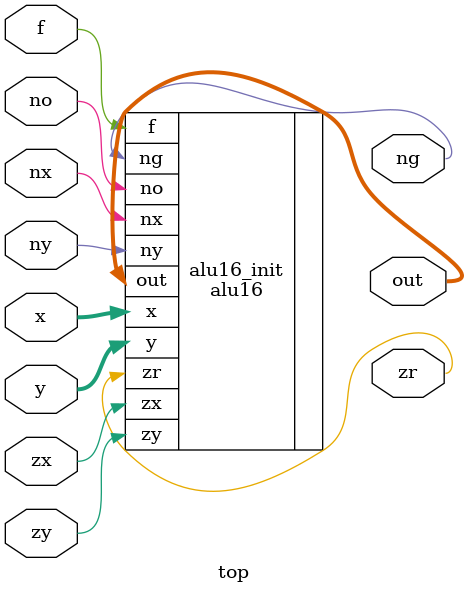
<source format=v>
`timescale 1ns / 1ps
module top(
input [15:0] x,
input [15:0] y,
input zx,
input nx,
input zy,
input ny,
input f,
input no,
output [15:0] out,
output zr,
output ng
);

alu16 alu16_init (
    .x(x),
    .y(y),
    .zx(zx),
    .nx(nx),
    .zy(zy),
    .ny(ny),
    .f(f),
    .no(no),
    .out(out),
    .zr(zr),
    .ng(ng)
);

endmodule
</source>
